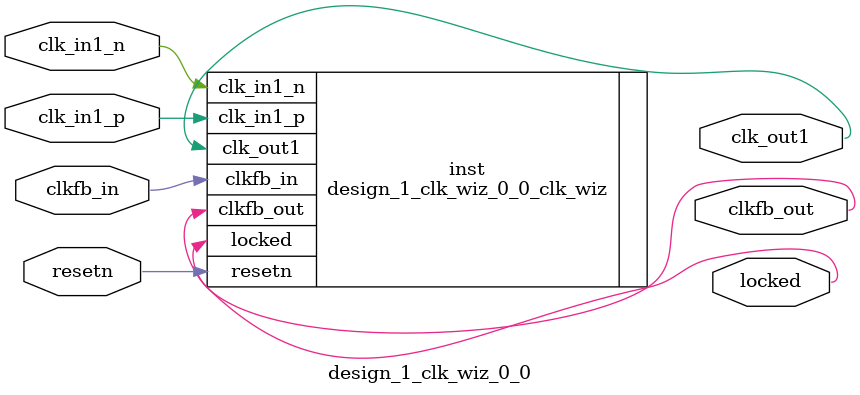
<source format=v>


`timescale 1ps/1ps

(* CORE_GENERATION_INFO = "design_1_clk_wiz_0_0,clk_wiz_v6_0_6_0_0,{component_name=design_1_clk_wiz_0_0,use_phase_alignment=true,use_min_o_jitter=false,use_max_i_jitter=false,use_dyn_phase_shift=false,use_inclk_switchover=false,use_dyn_reconfig=false,enable_axi=0,feedback_source=FDBK_ONCHIP,PRIMITIVE=PLL,num_out_clk=1,clkin1_period=5.000,clkin2_period=10.000,use_power_down=false,use_reset=true,use_locked=true,use_inclk_stopped=false,feedback_type=SINGLE,CLOCK_MGR_TYPE=NA,manual_override=false}" *)

module design_1_clk_wiz_0_0 
 (
  input         clkfb_in,
  // Clock out ports
  output        clk_out1,
  output        clkfb_out,
  // Status and control signals
  input         resetn,
  output        locked,
 // Clock in ports
  input         clk_in1_p,
  input         clk_in1_n
 );

  design_1_clk_wiz_0_0_clk_wiz inst
  (
  .clkfb_in(clkfb_in),
  // Clock out ports  
  .clk_out1(clk_out1),
  .clkfb_out(clkfb_out),
  // Status and control signals               
  .resetn(resetn), 
  .locked(locked),
 // Clock in ports
  .clk_in1_p(clk_in1_p),
  .clk_in1_n(clk_in1_n)
  );

endmodule

</source>
